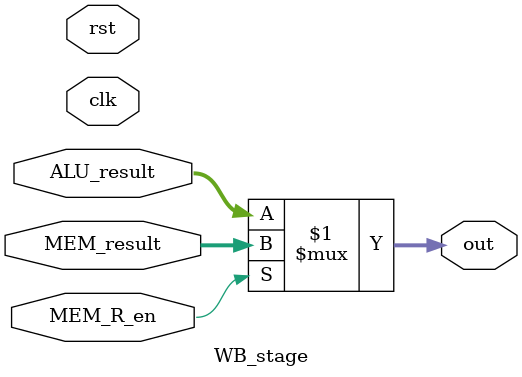
<source format=v>
module WB_stage (clk, rst, ALU_result, MEM_result, MEM_R_en, out);
input clk; //not needed
input rst; //not needed
input [31:0] ALU_result;
input [31:0] MEM_result;
input MEM_R_en;
output [31:0] out;

	assign out = MEM_R_en ? MEM_result: ALU_result;

endmodule 

</source>
